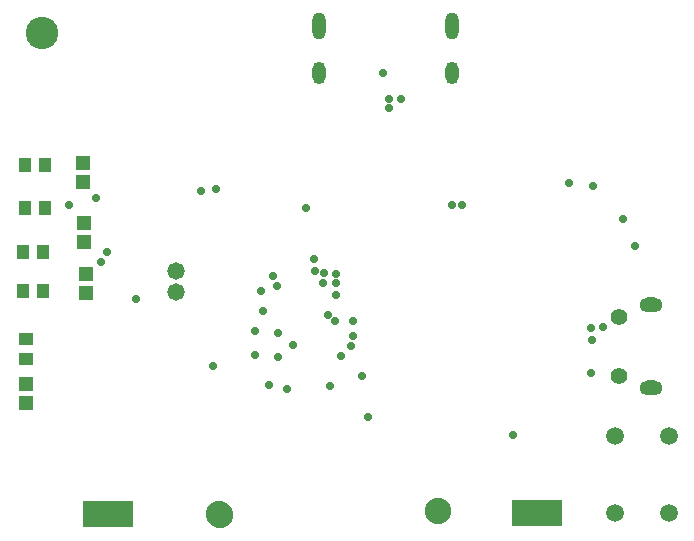
<source format=gbr>
G04*
G04 #@! TF.GenerationSoftware,Altium Limited,Altium Designer,24.3.1 (35)*
G04*
G04 Layer_Color=16711935*
%FSLAX44Y44*%
%MOMM*%
G71*
G04*
G04 #@! TF.SameCoordinates,7C1B9C0E-2346-4955-A66A-820B0877C6A1*
G04*
G04*
G04 #@! TF.FilePolarity,Negative*
G04*
G01*
G75*
%ADD38R,1.3032X1.2032*%
%ADD54O,1.9558X1.2700*%
%ADD55C,1.3970*%
%ADD56C,2.7432*%
%ADD57C,2.2352*%
%ADD58O,1.1176X1.9050*%
%ADD59O,1.1176X2.3114*%
%ADD60C,1.4986*%
%ADD61R,4.2032X2.2032*%
%ADD62C,0.7112*%
%ADD63C,1.4732*%
%ADD82R,1.1031X1.2032*%
%ADD83R,1.2032X1.1031*%
D38*
X407670Y516131D02*
D03*
Y532130D02*
D03*
X455930Y703200D02*
D03*
Y719199D02*
D03*
X458470Y608841D02*
D03*
Y624840D02*
D03*
X457200Y652400D02*
D03*
Y668399D02*
D03*
D54*
X937260Y598720D02*
D03*
Y528720D02*
D03*
D55*
X910260Y588720D02*
D03*
Y538720D02*
D03*
D56*
X421640Y829310D02*
D03*
D57*
X572276Y421112D02*
D03*
X571500Y421640D02*
D03*
X756920Y424180D02*
D03*
D58*
X768540Y795090D02*
D03*
X656140D02*
D03*
D59*
X768540Y835090D02*
D03*
X656140D02*
D03*
D60*
X952500Y422679D02*
D03*
X906500D02*
D03*
Y487680D02*
D03*
X952500D02*
D03*
D61*
X477520Y421640D02*
D03*
X840740Y422910D02*
D03*
D62*
X444500Y683260D02*
D03*
X697230Y504190D02*
D03*
X633730Y565150D02*
D03*
X777240Y683260D02*
D03*
X768860D02*
D03*
X684530Y585470D02*
D03*
X620849Y614800D02*
D03*
X659130Y617474D02*
D03*
X601980Y576580D02*
D03*
X617220Y623570D02*
D03*
X670814Y624904D02*
D03*
X683260Y563880D02*
D03*
X674370Y555671D02*
D03*
X606684Y610365D02*
D03*
X660400Y626110D02*
D03*
X663722Y590575D02*
D03*
X651510Y637540D02*
D03*
X621030Y554990D02*
D03*
X652780Y627380D02*
D03*
X670560Y617220D02*
D03*
X608965Y593725D02*
D03*
X670560Y607060D02*
D03*
X684565Y572933D02*
D03*
X669290Y585470D02*
D03*
X621030Y575310D02*
D03*
X601980Y556260D02*
D03*
X501130Y603488D02*
D03*
X471682Y635000D02*
D03*
X476762Y643890D02*
D03*
X887730Y699770D02*
D03*
X867410Y702056D02*
D03*
X886460Y579120D02*
D03*
X896620Y580390D02*
D03*
X556260Y695202D02*
D03*
X628650Y527685D02*
D03*
X725170Y773430D02*
D03*
X715010Y765810D02*
D03*
X467360Y689610D02*
D03*
X614015Y531465D02*
D03*
X566420Y547370D02*
D03*
X886806Y569306D02*
D03*
X715010Y773430D02*
D03*
X886460Y541020D02*
D03*
X665345Y530625D02*
D03*
X692150Y538480D02*
D03*
X923290Y648970D02*
D03*
X913130Y671830D02*
D03*
X645058Y680618D02*
D03*
X709930Y795020D02*
D03*
X820420Y488950D02*
D03*
X568960Y697230D02*
D03*
D63*
X534670Y627380D02*
D03*
Y609600D02*
D03*
D82*
X422519Y610870D02*
D03*
X405519D02*
D03*
X405521Y643890D02*
D03*
X422521D02*
D03*
X406791Y680720D02*
D03*
X423791D02*
D03*
X423789Y717550D02*
D03*
X406789D02*
D03*
D83*
X407670Y569839D02*
D03*
Y552839D02*
D03*
M02*

</source>
